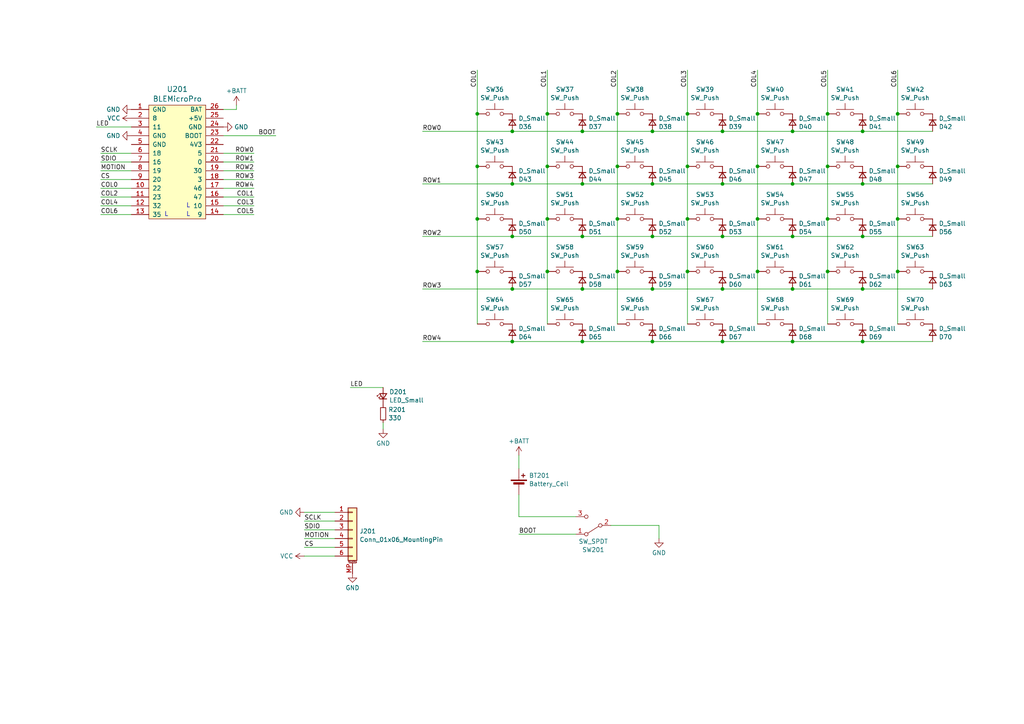
<source format=kicad_sch>
(kicad_sch (version 20231120) (generator "eeschema") (generator_version "8.0")
  (paper "A4")
  (lib_symbols
    (symbol "Library:+BATT" (power) (pin_names (offset 0))
      (property "Value" "+BATT" (at 0 3.556 0))
      (symbol "+BATT_0_1"
        (polyline (pts (xy -0.762 1.27) (xy 0 2.54)))
        (polyline (pts (xy 0 0) (xy 0 2.54)))
        (polyline (pts (xy 0 2.54) (xy 0.762 1.27)))
      )
      (symbol "+BATT_1_1"
        (pin power_in line (at 0 0 90) (length 0) hide (name "+BATT") (number "1"))
      )
    )
    (symbol "Library:BLEMicroPro" (pin_names (offset 1.016))
      (property "Reference" "U" (at -8.89 20.32 0))
      (property "Value" "BLEMicroPro" (at -3.81 17.78 0))
      (symbol "BLEMicroPro_0_1"
        (rectangle (start -8.89 16.51) (end 7.62 -16.51) (fill (type background)))
      )
      (symbol "BLEMicroPro_1_1"
        (pin input line (at -13.97 15.24 0) (length 5.08) (name "GND") (number "1"))
        (pin input line (at -13.97 -7.62 0) (length 5.08) (name "22") (number "10"))
        (pin input line (at -13.97 -10.16 0) (length 5.08) (name "23") (number "11"))
        (pin input line (at -13.97 -12.7 0) (length 5.08) (name "32") (number "12"))
        (pin input line (at -13.97 -15.24 0) (length 5.08) (name "35") (number "13"))
        (pin input line (at 12.7 -15.24 180) (length 5.08) (name "9") (number "14"))
        (pin input line (at 12.7 -12.7 180) (length 5.08) (name "10") (number "15"))
        (pin input line (at 12.7 -10.16 180) (length 5.08) (name "47") (number "16"))
        (pin input line (at 12.7 -7.62 180) (length 5.08) (name "46") (number "17"))
        (pin input line (at 12.7 -5.08 180) (length 5.08) (name "3") (number "18"))
        (pin input line (at 12.7 -2.54 180) (length 5.08) (name "30") (number "19"))
        (pin bidirectional line (at -13.97 12.7 0) (length 5.08) (name "8") (number "2"))
        (pin input line (at 12.7 0 180) (length 5.08) (name "0") (number "20"))
        (pin input line (at 12.7 2.54 180) (length 5.08) (name "5") (number "21"))
        (pin input line (at 12.7 5.08 180) (length 5.08) (name "4V3") (number "22"))
        (pin input line (at 12.7 7.62 180) (length 5.08) (name "BOOT") (number "23"))
        (pin input line (at 12.7 10.16 180) (length 5.08) (name "GND") (number "24"))
        (pin input line (at 12.7 12.7 180) (length 5.08) (name "+5V") (number "25"))
        (pin input line (at 12.7 15.24 180) (length 5.08) (name "BAT") (number "26"))
        (pin input line (at -13.97 10.16 0) (length 5.08) (name "11") (number "3"))
        (pin input line (at -13.97 7.62 0) (length 5.08) (name "GND") (number "4"))
        (pin input line (at -13.97 5.08 0) (length 5.08) (name "GND") (number "5"))
        (pin input line (at -13.97 2.54 0) (length 5.08) (name "18") (number "6"))
        (pin input line (at -13.97 0 0) (length 5.08) (name "16") (number "7"))
        (pin bidirectional line (at -13.97 -2.54 0) (length 5.08) (name "19") (number "8"))
        (pin input line (at -13.97 -5.08 0) (length 5.08) (name "20") (number "9"))
      )
    )
    (symbol "Library:Battery_Cell" (pin_numbers hide) (pin_names (offset 0) hide)
      (property "Reference" "BT" (at 2.54 2.54 0))
      (property "Value" "Battery_Cell" (at 2.54 0 0))
      (symbol "Battery_Cell_0_1"
        (rectangle (start -2.286 1.778) (end 2.286 1.524) (fill (type outline)))
        (rectangle (start -1.524 1.016) (end 1.524 0.508) (fill (type outline)))
        (polyline (pts (xy 0 0.762) (xy 0 0)))
        (polyline (pts (xy 0 1.778) (xy 0 2.54)))
        (polyline (pts (xy 0.762 3.048) (xy 1.778 3.048)) (stroke (width 0.254)))
        (polyline (pts (xy 1.27 3.556) (xy 1.27 2.54)) (stroke (width 0.254)))
      )
      (symbol "Battery_Cell_1_1"
        (pin passive line (at 0 5.08 270) (length 2.54) (name "+") (number "1"))
        (pin passive line (at 0 -2.54 90) (length 2.54) (name "-") (number "2"))
      )
    )
    (symbol "Library:Conn_01x06_MountingPin" (pin_names (offset 1.016) hide)
      (property "Reference" "J" (at 0 7.62 0))
      (property "Value" "Conn_01x06_MountingPin" (at 1.27 -10.16 0))
      (symbol "Conn_01x06_MountingPin_1_1"
        (rectangle (start -1.27 -7.493) (end 0 -7.747) (stroke (width 0.1524)))
        (rectangle (start -1.27 -4.953) (end 0 -5.207) (stroke (width 0.1524)))
        (rectangle (start -1.27 -2.413) (end 0 -2.667) (stroke (width 0.1524)))
        (rectangle (start -1.27 0.127) (end 0 -0.127) (stroke (width 0.1524)))
        (rectangle (start -1.27 2.667) (end 0 2.413) (stroke (width 0.1524)))
        (rectangle (start -1.27 5.207) (end 0 4.953) (stroke (width 0.1524)))
        (rectangle (start -1.27 6.35) (end 1.27 -8.89) (stroke (width 0.254)) (fill (type background)))
        (polyline (pts (xy -1.016 -9.652) (xy 1.016 -9.652)) (stroke (width 0.1524)))
        (text "Mounting" (at 0 -9.271 0) (effects (font (size 0.381 0.381))))
        (pin passive line (at -5.08 5.08 0) (length 3.81) (name "Pin_1") (number "1"))
        (pin passive line (at -5.08 2.54 0) (length 3.81) (name "Pin_2") (number "2"))
        (pin passive line (at -5.08 0 0) (length 3.81) (name "Pin_3") (number "3"))
        (pin passive line (at -5.08 -2.54 0) (length 3.81) (name "Pin_4") (number "4"))
        (pin passive line (at -5.08 -5.08 0) (length 3.81) (name "Pin_5") (number "5"))
        (pin passive line (at -5.08 -7.62 0) (length 3.81) (name "Pin_6") (number "6"))
        (pin passive line (at 0 -12.7 90) (length 3.048) (name "MountPin") (number "MP"))
      )
    )
    (symbol "Library:D_Small" (pin_numbers hide) (pin_names (offset 0.254) hide)
      (property "Reference" "D" (at -1.27 2.032 0))
      (property "Value" "D_Small" (at -3.81 -2.032 0))
      (symbol "D_Small_0_1"
        (polyline (pts (xy -0.762 -1.016) (xy -0.762 1.016)) (stroke (width 0.254)))
        (polyline (pts (xy -0.762 0) (xy 0.762 0)))
        (polyline (pts (xy 0.762 -1.016) (xy -0.762 0) (xy 0.762 1.016) (xy 0.762 -1.016)) (stroke (width 0.254)))
      )
      (symbol "D_Small_1_1"
        (pin passive line (at -2.54 0 0) (length 1.778) (name "K") (number "1"))
        (pin passive line (at 2.54 0 180) (length 1.778) (name "A") (number "2"))
      )
    )
    (symbol "Library:GND" (power) (pin_names (offset 0))
      (property "Value" "GND" (at 0 -3.81 0))
      (symbol "GND_0_1"
        (polyline (pts (xy 0 0) (xy 0 -1.27) (xy 1.27 -1.27) (xy 0 -2.54) (xy -1.27 -1.27) (xy 0 -1.27)))
      )
      (symbol "GND_1_1"
        (pin power_in line (at 0 0 270) (length 0) hide (name "GND") (number "1"))
      )
    )
    (symbol "Library:LED_Small" (pin_numbers hide) (pin_names (offset 0.254) hide)
      (property "Reference" "D" (at -1.27 3.175 0))
      (property "Value" "LED_Small" (at -4.445 -2.54 0))
      (symbol "LED_Small_0_1"
        (polyline (pts (xy -0.762 -1.016) (xy -0.762 1.016)) (stroke (width 0.254)))
        (polyline (pts (xy 1.016 0) (xy -0.762 0)))
        (polyline (pts (xy 0.762 -1.016) (xy -0.762 0) (xy 0.762 1.016) (xy 0.762 -1.016)) (stroke (width 0.254)))
        (polyline (pts (xy 0 0.762) (xy -0.508 1.27) (xy -0.254 1.27) (xy -0.508 1.27) (xy -0.508 1.016)))
        (polyline (pts (xy 0.508 1.27) (xy 0 1.778) (xy 0.254 1.778) (xy 0 1.778) (xy 0 1.524)))
      )
      (symbol "LED_Small_1_1"
        (pin passive line (at -2.54 0 0) (length 1.778) (name "K") (number "1"))
        (pin passive line (at 2.54 0 180) (length 1.778) (name "A") (number "2"))
      )
    )
    (symbol "Library:R_Small" (pin_numbers hide) (pin_names (offset 0.254) hide)
      (property "Reference" "R" (at 0.762 0.508 0))
      (property "Value" "R_Small" (at 0.762 -1.016 0))
      (symbol "R_Small_0_1"
        (rectangle (start -0.762 1.778) (end 0.762 -1.778) (stroke (width 0.2032)))
      )
      (symbol "R_Small_1_1"
        (pin passive line (at 0 2.54 270) (length 0.762) (name "~") (number "1"))
        (pin passive line (at 0 -2.54 90) (length 0.762) (name "~") (number "2"))
      )
    )
    (symbol "Library:SW_Push" (pin_numbers hide) (pin_names (offset 1.016) hide)
      (property "Reference" "SW" (at 1.27 2.54 0))
      (property "Value" "SW_Push" (at 0 -1.524 0))
      (symbol "SW_Push_0_1"
        (circle (center -2.032 0) (radius 0.508))
        (polyline (pts (xy 0 1.27) (xy 0 3.048)))
        (polyline (pts (xy 2.54 1.27) (xy -2.54 1.27)))
        (circle (center 2.032 0) (radius 0.508))
        (pin passive line (at -5.08 0 0) (length 2.54) (name "1") (number "1"))
        (pin passive line (at 5.08 0 180) (length 2.54) (name "2") (number "2"))
      )
    )
    (symbol "Library:SW_SPDT" (pin_names (offset 0) hide)
      (property "Reference" "SW" (at 0 4.318 0))
      (property "Value" "SW_SPDT" (at 0 -5.08 0))
      (symbol "SW_SPDT_0_0"
        (circle (center -2.032 0) (radius 0.508))
        (circle (center 2.032 -2.54) (radius 0.508))
      )
      (symbol "SW_SPDT_0_1"
        (polyline (pts (xy -1.524 0.254) (xy 1.651 2.286)))
        (circle (center 2.032 2.54) (radius 0.508))
      )
      (symbol "SW_SPDT_1_1"
        (pin passive line (at 5.08 2.54 180) (length 2.54) (name "A") (number "1"))
        (pin passive line (at -5.08 0 0) (length 2.54) (name "B") (number "2"))
        (pin passive line (at 5.08 -2.54 180) (length 2.54) (name "C") (number "3"))
      )
    )
    (symbol "Library:VCC" (power) (pin_numbers hide) (pin_names (offset 0) hide)
      (property "Value" "VCC" (at 0 3.556 0))
      (symbol "VCC_0_1"
        (polyline (pts (xy -0.762 1.27) (xy 0 2.54)))
        (polyline (pts (xy 0 0) (xy 0 2.54)))
        (polyline (pts (xy 0 2.54) (xy 0.762 1.27)))
      )
      (symbol "VCC_1_1"
        (pin power_in line (at 0 0 90) (length 0) (name "~") (number "1"))
      )
    )
  )
  (junction (at 219.71 48.26))
  (junction (at 260.35 33.02))
  (junction (at 168.91 38.1))
  (junction (at 158.75 33.02))
  (junction (at 189.23 53.34))
  (junction (at 148.59 83.82))
  (junction (at 250.19 53.34))
  (junction (at 240.03 33.02))
  (junction (at 229.87 53.34))
  (junction (at 138.43 63.5))
  (junction (at 250.19 83.82))
  (junction (at 219.71 63.5))
  (junction (at 168.91 83.82))
  (junction (at 229.87 68.58))
  (junction (at 179.07 63.5))
  (junction (at 168.91 53.34))
  (junction (at 179.07 33.02))
  (junction (at 240.03 78.74))
  (junction (at 219.71 33.02))
  (junction (at 189.23 99.06))
  (junction (at 179.07 48.26))
  (junction (at 240.03 63.5))
  (junction (at 209.55 38.1))
  (junction (at 250.19 68.58))
  (junction (at 260.35 48.26))
  (junction (at 138.43 48.26))
  (junction (at 189.23 68.58))
  (junction (at 229.87 99.06))
  (junction (at 148.59 38.1))
  (junction (at 168.91 68.58))
  (junction (at 158.75 48.26))
  (junction (at 209.55 99.06))
  (junction (at 219.71 78.74))
  (junction (at 148.59 99.06))
  (junction (at 138.43 78.74))
  (junction (at 199.39 63.5))
  (junction (at 148.59 53.34))
  (junction (at 260.35 78.74))
  (junction (at 179.07 78.74))
  (junction (at 158.75 63.5))
  (junction (at 148.59 68.58))
  (junction (at 229.87 83.82))
  (junction (at 199.39 78.74))
  (junction (at 199.39 33.02))
  (junction (at 189.23 38.1))
  (junction (at 209.55 83.82))
  (junction (at 209.55 68.58))
  (junction (at 250.19 38.1))
  (junction (at 229.87 38.1))
  (junction (at 250.19 99.06))
  (junction (at 260.35 63.5))
  (junction (at 189.23 83.82))
  (junction (at 168.91 99.06))
  (junction (at 240.03 48.26))
  (junction (at 138.43 33.02))
  (junction (at 199.39 48.26))
  (junction (at 158.75 78.74))
  (junction (at 209.55 53.34))
  (wire (pts (xy 68.58 31.75) (xy 64.77 31.75)))
  (wire (pts (xy 148.59 53.34) (xy 168.91 53.34)))
  (wire (pts (xy 250.19 99.06) (xy 270.51 99.06)))
  (wire (pts (xy 150.495 149.86) (xy 150.495 143.51)))
  (wire (pts (xy 138.43 20.32) (xy 138.43 33.02)))
  (wire (pts (xy 260.35 78.74) (xy 260.35 93.98)))
  (wire (pts (xy 122.555 53.34) (xy 148.59 53.34)))
  (wire (pts (xy 209.55 38.1) (xy 229.87 38.1)))
  (wire (pts (xy 199.39 20.32) (xy 199.39 33.02)))
  (wire (pts (xy 64.77 49.53) (xy 73.66 49.53)))
  (wire (pts (xy 148.59 99.06) (xy 168.91 99.06)))
  (wire (pts (xy 209.55 53.34) (xy 229.87 53.34)))
  (wire (pts (xy 199.39 33.02) (xy 199.39 48.26)))
  (wire (pts (xy 158.75 20.32) (xy 158.75 33.02)))
  (wire (pts (xy 219.71 20.32) (xy 219.71 33.02)))
  (wire (pts (xy 64.77 39.37) (xy 80.01 39.37)))
  (wire (pts (xy 27.94 36.83) (xy 38.1 36.83)))
  (wire (pts (xy 191.135 156.21) (xy 191.135 152.4)))
  (wire (pts (xy 29.21 59.69) (xy 38.1 59.69)))
  (wire (pts (xy 122.555 68.58) (xy 148.59 68.58)))
  (wire (pts (xy 138.43 63.5) (xy 138.43 78.74)))
  (wire (pts (xy 240.03 33.02) (xy 240.03 48.26)))
  (wire (pts (xy 229.87 38.1) (xy 250.19 38.1)))
  (wire (pts (xy 64.77 54.61) (xy 73.66 54.61)))
  (wire (pts (xy 29.21 49.53) (xy 38.1 49.53)))
  (wire (pts (xy 122.555 38.1) (xy 148.59 38.1)))
  (wire (pts (xy 150.495 132.08) (xy 150.495 135.89)))
  (wire (pts (xy 122.555 99.06) (xy 148.59 99.06)))
  (wire (pts (xy 260.35 63.5) (xy 260.35 78.74)))
  (wire (pts (xy 122.555 83.82) (xy 148.59 83.82)))
  (wire (pts (xy 158.75 33.02) (xy 158.75 48.26)))
  (wire (pts (xy 29.21 57.15) (xy 38.1 57.15)))
  (wire (pts (xy 179.07 63.5) (xy 179.07 78.74)))
  (wire (pts (xy 209.55 83.82) (xy 229.87 83.82)))
  (wire (pts (xy 168.91 53.34) (xy 189.23 53.34)))
  (wire (pts (xy 158.75 78.74) (xy 158.75 93.98)))
  (wire (pts (xy 64.77 59.69) (xy 73.66 59.69)))
  (wire (pts (xy 158.75 48.26) (xy 158.75 63.5)))
  (wire (pts (xy 189.23 83.82) (xy 209.55 83.82)))
  (wire (pts (xy 229.87 53.34) (xy 250.19 53.34)))
  (wire (pts (xy 177.165 152.4) (xy 191.135 152.4)))
  (wire (pts (xy 88.265 156.21) (xy 97.155 156.21)))
  (wire (pts (xy 219.71 63.5) (xy 219.71 78.74)))
  (wire (pts (xy 168.91 38.1) (xy 189.23 38.1)))
  (wire (pts (xy 179.07 48.26) (xy 179.07 63.5)))
  (wire (pts (xy 101.6 112.395) (xy 111.125 112.395)))
  (wire (pts (xy 209.55 99.06) (xy 229.87 99.06)))
  (wire (pts (xy 199.39 48.26) (xy 199.39 63.5)))
  (wire (pts (xy 179.07 78.74) (xy 179.07 93.98)))
  (wire (pts (xy 138.43 78.74) (xy 138.43 93.98)))
  (wire (pts (xy 29.21 52.07) (xy 38.1 52.07)))
  (wire (pts (xy 150.495 149.86) (xy 167.005 149.86)))
  (wire (pts (xy 29.21 62.23) (xy 38.1 62.23)))
  (wire (pts (xy 179.07 20.32) (xy 179.07 33.02)))
  (wire (pts (xy 240.03 63.5) (xy 240.03 78.74)))
  (wire (pts (xy 199.39 78.74) (xy 199.39 93.98)))
  (wire (pts (xy 64.77 46.99) (xy 73.66 46.99)))
  (wire (pts (xy 250.19 38.1) (xy 270.51 38.1)))
  (wire (pts (xy 64.77 52.07) (xy 73.66 52.07)))
  (wire (pts (xy 240.03 78.74) (xy 240.03 93.98)))
  (wire (pts (xy 138.43 33.02) (xy 138.43 48.26)))
  (wire (pts (xy 219.71 33.02) (xy 219.71 48.26)))
  (wire (pts (xy 209.55 68.58) (xy 229.87 68.58)))
  (wire (pts (xy 158.75 63.5) (xy 158.75 78.74)))
  (wire (pts (xy 148.59 38.1) (xy 168.91 38.1)))
  (wire (pts (xy 250.19 83.82) (xy 270.51 83.82)))
  (wire (pts (xy 179.07 33.02) (xy 179.07 48.26)))
  (wire (pts (xy 29.21 46.99) (xy 38.1 46.99)))
  (wire (pts (xy 229.87 99.06) (xy 250.19 99.06)))
  (wire (pts (xy 148.59 83.82) (xy 168.91 83.82)))
  (wire (pts (xy 189.23 99.06) (xy 209.55 99.06)))
  (wire (pts (xy 168.91 99.06) (xy 189.23 99.06)))
  (wire (pts (xy 88.265 151.13) (xy 97.155 151.13)))
  (wire (pts (xy 240.03 48.26) (xy 240.03 63.5)))
  (wire (pts (xy 219.71 48.26) (xy 219.71 63.5)))
  (wire (pts (xy 148.59 68.58) (xy 168.91 68.58)))
  (wire (pts (xy 189.23 68.58) (xy 209.55 68.58)))
  (wire (pts (xy 168.91 68.58) (xy 189.23 68.58)))
  (wire (pts (xy 199.39 63.5) (xy 199.39 78.74)))
  (wire (pts (xy 229.87 68.58) (xy 250.19 68.58)))
  (wire (pts (xy 260.35 48.26) (xy 260.35 63.5)))
  (wire (pts (xy 88.265 148.59) (xy 97.155 148.59)))
  (wire (pts (xy 240.03 20.32) (xy 240.03 33.02)))
  (wire (pts (xy 219.71 78.74) (xy 219.71 93.98)))
  (wire (pts (xy 64.77 44.45) (xy 73.66 44.45)))
  (wire (pts (xy 168.91 83.82) (xy 189.23 83.82)))
  (wire (pts (xy 250.19 68.58) (xy 270.51 68.58)))
  (wire (pts (xy 29.21 44.45) (xy 38.1 44.45)))
  (wire (pts (xy 68.58 30.48) (xy 68.58 31.75)))
  (wire (pts (xy 64.77 57.15) (xy 73.66 57.15)))
  (wire (pts (xy 250.19 53.34) (xy 270.51 53.34)))
  (wire (pts (xy 88.265 153.67) (xy 97.155 153.67)))
  (wire (pts (xy 229.87 83.82) (xy 250.19 83.82)))
  (wire (pts (xy 29.21 54.61) (xy 38.1 54.61)))
  (wire (pts (xy 88.265 158.75) (xy 97.155 158.75)))
  (wire (pts (xy 138.43 48.26) (xy 138.43 63.5)))
  (wire (pts (xy 88.265 161.29) (xy 97.155 161.29)))
  (wire (pts (xy 64.77 62.23) (xy 73.66 62.23)))
  (wire (pts (xy 111.125 122.555) (xy 111.125 124.46)))
  (wire (pts (xy 260.35 20.32) (xy 260.35 33.02)))
  (wire (pts (xy 150.495 154.94) (xy 167.005 154.94)))
  (wire (pts (xy 189.23 38.1) (xy 209.55 38.1)))
  (wire (pts (xy 260.35 33.02) (xy 260.35 48.26)))
  (wire (pts (xy 189.23 53.34) (xy 209.55 53.34)))
  (text "L" (at 48.26 62.23 0) (effects (font (size 1.27 1.27))))
  (text "L" (at 54.61 59.69 0) (effects (font (size 1.27 1.27))))
  (text "L" (at 54.61 62.23 0) (effects (font (size 1.27 1.27))))
  (label "CS" (at 88.265 158.75 0))
  (label "COL0" (at 138.43 20.32 270))
  (label "ROW1" (at 122.555 53.34 0))
  (label "ROW2" (at 122.555 68.58 0))
  (label "SCLK" (at 88.265 151.13 0))
  (label "COL2" (at 179.07 20.32 270))
  (label "COL5" (at 73.66 62.23 180))
  (label "COL1" (at 73.66 57.15 180))
  (label "COL6" (at 260.35 20.32 270))
  (label "BOOT" (at 150.495 154.94 0))
  (label "LED" (at 101.6 112.395 0))
  (label "BOOT" (at 80.01 39.37 180))
  (label "SDIO" (at 29.21 46.99 0))
  (label "SCLK" (at 29.21 44.45 0))
  (label "SDIO" (at 88.265 153.67 0))
  (label "ROW4" (at 73.66 54.61 180))
  (label "ROW2" (at 73.66 49.53 180))
  (label "MOTION" (at 29.21 49.53 0))
  (label "ROW4" (at 122.555 99.06 0))
  (label "COL0" (at 29.21 54.61 0))
  (label "ROW3" (at 73.66 52.07 180))
  (label "ROW0" (at 73.66 44.45 180))
  (label "COL4" (at 29.21 59.69 0))
  (label "MOTION" (at 88.265 156.21 0))
  (label "ROW3" (at 122.555 83.82 0))
  (label "COL1" (at 158.75 20.32 270))
  (label "ROW0" (at 122.555 38.1 0))
  (label "COL6" (at 29.21 62.23 0))
  (label "COL4" (at 219.71 20.32 270))
  (label "COL2" (at 29.21 57.15 0))
  (label "COL3" (at 199.39 20.32 270))
  (label "CS" (at 29.21 52.07 0))
  (label "ROW1" (at 73.66 46.99 180))
  (label "COL3" (at 73.66 59.69 180))
  (label "LED" (at 27.94 36.83 0))
  (label "COL5" (at 240.03 20.32 270))
  (symbol (lib_id "Library:D_Small") (at 168.91 50.8 90) (mirror x) (unit 1)
    (property "Reference" "D44" (at 170.688 52.0121 90) (effects (justify right)))
    (property "Value" "D_Small" (at 170.688 49.5879 90) (effects (justify right)))
    (property "Footprint" "Diode_SMD:D_SOD-123" (effects (hide yes)))
    (property "Sim.Device" "D" (effects (hide yes)))
    (property "Sim.Pins" "1=K 2=A" (effects (hide yes)))
  )
  (symbol (lib_id "Library:Conn_01x06_MountingPin") (at 102.235 153.67 0) (unit 1)
    (property "Reference" "J201" (at 104.267 154.0834 0) (effects (justify left)))
    (property "Value" "Conn_01x06_MountingPin" (at 104.267 156.5077 0) (effects (justify left)))
    (property "Footprint" "MyLib:GT-F0501SR10-06S1101" (effects (hide yes)))
    (property "Description" "Generic connectable mounting pin connector, single row, 01x06, script generated (kicad-library-utils/schlib/autogen/connector/)" (effects (hide yes)))
  )
  (symbol (lib_id "Library:GND") (at 38.1 39.37 270) (unit 1)
    (property "Reference" "#PWR013" (effects (hide yes)))
    (property "Value" "GND" (at 34.9251 39.37 90) (effects (justify right)))
  )
  (symbol (lib_id "Library:LED_Small") (at 111.125 114.935 90) (unit 1)
    (property "Reference" "D201" (at 112.903 113.6593 90) (effects (justify right)))
    (property "Value" "LED_Small" (at 112.903 116.0836 90) (effects (justify right)))
    (property "Footprint" "LED_SMD:LED_0603_1608Metric" (effects (hide yes)))
  )
  (symbol (lib_id "Library:SW_Push") (at 143.51 78.74 0) (unit 1)
    (property "Reference" "SW57" (at 143.51 71.6747 0))
    (property "Value" "SW_Push" (at 143.51 74.0989 0))
    (property "Footprint" "MyLib:CHOC_V2_SOCKET_HANDSOLDERING" (effects (hide yes)))
  )
  (symbol (lib_id "Library:D_Small") (at 209.55 66.04 90) (mirror x) (unit 1)
    (property "Reference" "D53" (at 211.328 67.2521 90) (effects (justify right)))
    (property "Value" "D_Small" (at 211.328 64.8279 90) (effects (justify right)))
    (property "Footprint" "Diode_SMD:D_SOD-123" (effects (hide yes)))
    (property "Sim.Device" "D" (effects (hide yes)))
    (property "Sim.Pins" "1=K 2=A" (effects (hide yes)))
  )
  (symbol (lib_id "Library:D_Small") (at 270.51 35.56 90) (mirror x) (unit 1)
    (property "Reference" "D42" (at 272.288 36.7721 90) (effects (justify right)))
    (property "Value" "D_Small" (at 272.288 34.3479 90) (effects (justify right)))
    (property "Footprint" "Diode_SMD:D_SOD-123" (effects (hide yes)))
    (property "Sim.Device" "D" (effects (hide yes)))
    (property "Sim.Pins" "1=K 2=A" (effects (hide yes)))
  )
  (symbol (lib_id "Library:SW_Push") (at 143.51 48.26 0) (unit 1)
    (property "Reference" "SW43" (at 143.51 41.1947 0))
    (property "Value" "SW_Push" (at 143.51 43.6189 0))
    (property "Footprint" "MyLib:CHOC_V2_SOCKET_HANDSOLDERING" (effects (hide yes)))
  )
  (symbol (lib_id "Library:D_Small") (at 189.23 81.28 90) (mirror x) (unit 1)
    (property "Reference" "D59" (at 191.008 82.4921 90) (effects (justify right)))
    (property "Value" "D_Small" (at 191.008 80.0679 90) (effects (justify right)))
    (property "Footprint" "Diode_SMD:D_SOD-123" (effects (hide yes)))
    (property "Sim.Device" "D" (effects (hide yes)))
    (property "Sim.Pins" "1=K 2=A" (effects (hide yes)))
  )
  (symbol (lib_id "Library:BLEMicroPro") (at 52.07 46.99 0) (unit 1)
    (property "Reference" "U201" (at 51.435 25.8496 0) (effects (font (size 1.524 1.524))))
    (property "Value" "BLEMicroPro" (at 51.435 28.6825 0) (effects (font (size 1.524 1.524))))
    (property "Footprint" "MyLib:BLEMicroPro" (effects (hide yes)))
  )
  (symbol (lib_id "Library:SW_Push") (at 143.51 63.5 0) (unit 1)
    (property "Reference" "SW50" (at 143.51 56.4347 0))
    (property "Value" "SW_Push" (at 143.51 58.8589 0))
    (property "Footprint" "MyLib:CHOC_V2_SOCKET_HANDSOLDERING" (effects (hide yes)))
  )
  (symbol (lib_id "Library:SW_Push") (at 163.83 48.26 0) (unit 1)
    (property "Reference" "SW44" (at 163.83 41.1947 0))
    (property "Value" "SW_Push" (at 163.83 43.6189 0))
    (property "Footprint" "MyLib:CHOC_V2_SOCKET_HANDSOLDERING" (effects (hide yes)))
  )
  (symbol (lib_id "Library:SW_Push") (at 224.79 93.98 0) (unit 1)
    (property "Reference" "SW68" (at 224.79 86.9147 0))
    (property "Value" "SW_Push" (at 224.79 89.3389 0))
    (property "Footprint" "MyLib:CHOC_V2_SOCKET_HANDSOLDERING" (effects (hide yes)))
  )
  (symbol (lib_id "Library:SW_Push") (at 224.79 48.26 0) (unit 1)
    (property "Reference" "SW47" (at 224.79 41.1947 0))
    (property "Value" "SW_Push" (at 224.79 43.6189 0))
    (property "Footprint" "MyLib:CHOC_V2_SOCKET_HANDSOLDERING" (effects (hide yes)))
  )
  (symbol (lib_id "Library:SW_Push") (at 224.79 33.02 0) (unit 1)
    (property "Reference" "SW40" (at 224.79 25.9547 0))
    (property "Value" "SW_Push" (at 224.79 28.3789 0))
    (property "Footprint" "MyLib:CHOC_V2_SOCKET_HANDSOLDERING" (effects (hide yes)))
  )
  (symbol (lib_id "Library:SW_Push") (at 265.43 33.02 0) (unit 1)
    (property "Reference" "SW42" (at 265.43 25.9547 0))
    (property "Value" "SW_Push" (at 265.43 28.3789 0))
    (property "Footprint" "MyLib:CHOC_V2_SOCKET_HANDSOLDERING" (effects (hide yes)))
  )
  (symbol (lib_id "Library:D_Small") (at 148.59 35.56 90) (mirror x) (unit 1)
    (property "Reference" "D36" (at 150.368 36.7721 90) (effects (justify right)))
    (property "Value" "D_Small" (at 150.368 34.3479 90) (effects (justify right)))
    (property "Footprint" "Diode_SMD:D_SOD-123" (effects (hide yes)))
    (property "Sim.Device" "D" (effects (hide yes)))
    (property "Sim.Pins" "1=K 2=A" (effects (hide yes)))
  )
  (symbol (lib_id "Library:D_Small") (at 148.59 50.8 90) (mirror x) (unit 1)
    (property "Reference" "D43" (at 150.368 52.0121 90) (effects (justify right)))
    (property "Value" "D_Small" (at 150.368 49.5879 90) (effects (justify right)))
    (property "Footprint" "Diode_SMD:D_SOD-123" (effects (hide yes)))
    (property "Sim.Device" "D" (effects (hide yes)))
    (property "Sim.Pins" "1=K 2=A" (effects (hide yes)))
  )
  (symbol (lib_id "Library:SW_Push") (at 265.43 48.26 0) (unit 1)
    (property "Reference" "SW49" (at 265.43 41.1947 0))
    (property "Value" "SW_Push" (at 265.43 43.6189 0))
    (property "Footprint" "MyLib:CHOC_V2_SOCKET_HANDSOLDERING" (effects (hide yes)))
  )
  (symbol (lib_id "Library:D_Small") (at 250.19 35.56 90) (mirror x) (unit 1)
    (property "Reference" "D41" (at 251.968 36.7721 90) (effects (justify right)))
    (property "Value" "D_Small" (at 251.968 34.3479 90) (effects (justify right)))
    (property "Footprint" "Diode_SMD:D_SOD-123" (effects (hide yes)))
    (property "Sim.Device" "D" (effects (hide yes)))
    (property "Sim.Pins" "1=K 2=A" (effects (hide yes)))
  )
  (symbol (lib_id "Library:SW_Push") (at 245.11 78.74 0) (unit 1)
    (property "Reference" "SW62" (at 245.11 71.6747 0))
    (property "Value" "SW_Push" (at 245.11 74.0989 0))
    (property "Footprint" "MyLib:CHOC_V2_SOCKET_HANDSOLDERING" (effects (hide yes)))
  )
  (symbol (lib_id "Library:D_Small") (at 270.51 96.52 90) (mirror x) (unit 1)
    (property "Reference" "D70" (at 272.288 97.7321 90) (effects (justify right)))
    (property "Value" "D_Small" (at 272.288 95.3079 90) (effects (justify right)))
    (property "Footprint" "Diode_SMD:D_SOD-123" (effects (hide yes)))
    (property "Sim.Device" "D" (effects (hide yes)))
    (property "Sim.Pins" "1=K 2=A" (effects (hide yes)))
  )
  (symbol (lib_id "Library:D_Small") (at 250.19 96.52 90) (mirror x) (unit 1)
    (property "Reference" "D69" (at 251.968 97.7321 90) (effects (justify right)))
    (property "Value" "D_Small" (at 251.968 95.3079 90) (effects (justify right)))
    (property "Footprint" "Diode_SMD:D_SOD-123" (effects (hide yes)))
    (property "Sim.Device" "D" (effects (hide yes)))
    (property "Sim.Pins" "1=K 2=A" (effects (hide yes)))
  )
  (symbol (lib_id "Library:VCC") (at 38.1 34.29 90) (unit 1)
    (property "Reference" "#PWR014" (effects (hide yes)))
    (property "Value" "VCC" (at 33.02 34.29 90))
    (property "Description" "Power symbol creates a global label with name \"VCC\"" (effects (hide yes)))
  )
  (symbol (lib_id "Library:VCC") (at 88.265 161.29 90) (unit 1)
    (property "Reference" "#PWR020" (effects (hide yes)))
    (property "Value" "VCC" (at 85.09 161.29 90) (effects (justify left)))
    (property "Description" "Power symbol creates a global label with name \"VCC\"" (effects (hide yes)))
  )
  (symbol (lib_id "Library:SW_Push") (at 184.15 33.02 0) (unit 1)
    (property "Reference" "SW38" (at 184.15 25.9547 0))
    (property "Value" "SW_Push" (at 184.15 28.3789 0))
    (property "Footprint" "MyLib:CHOC_V2_SOCKET_HANDSOLDERING" (effects (hide yes)))
  )
  (symbol (lib_id "Library:D_Small") (at 229.87 96.52 90) (mirror x) (unit 1)
    (property "Reference" "D68" (at 231.648 97.7321 90) (effects (justify right)))
    (property "Value" "D_Small" (at 231.648 95.3079 90) (effects (justify right)))
    (property "Footprint" "Diode_SMD:D_SOD-123" (effects (hide yes)))
    (property "Sim.Device" "D" (effects (hide yes)))
    (property "Sim.Pins" "1=K 2=A" (effects (hide yes)))
  )
  (symbol (lib_id "Library:SW_Push") (at 163.83 78.74 0) (unit 1)
    (property "Reference" "SW58" (at 163.83 71.6747 0))
    (property "Value" "SW_Push" (at 163.83 74.0989 0))
    (property "Footprint" "MyLib:CHOC_V2_SOCKET_HANDSOLDERING" (effects (hide yes)))
  )
  (symbol (lib_id "Library:SW_Push") (at 204.47 93.98 0) (unit 1)
    (property "Reference" "SW67" (at 204.47 86.9147 0))
    (property "Value" "SW_Push" (at 204.47 89.3389 0))
    (property "Footprint" "MyLib:CHOC_V2_SOCKET_HANDSOLDERING" (effects (hide yes)))
  )
  (symbol (lib_id "Library:GND") (at 191.135 156.21 0) (unit 1)
    (property "Reference" "#PWR019" (effects (hide yes)))
    (property "Value" "GND" (at 191.135 160.3431 0))
  )
  (symbol (lib_id "Library:D_Small") (at 168.91 66.04 90) (mirror x) (unit 1)
    (property "Reference" "D51" (at 170.688 67.2521 90) (effects (justify right)))
    (property "Value" "D_Small" (at 170.688 64.8279 90) (effects (justify right)))
    (property "Footprint" "Diode_SMD:D_SOD-123" (effects (hide yes)))
    (property "Sim.Device" "D" (effects (hide yes)))
    (property "Sim.Pins" "1=K 2=A" (effects (hide yes)))
  )
  (symbol (lib_id "Library:D_Small") (at 168.91 81.28 90) (mirror x) (unit 1)
    (property "Reference" "D58" (at 170.688 82.4921 90) (effects (justify right)))
    (property "Value" "D_Small" (at 170.688 80.0679 90) (effects (justify right)))
    (property "Footprint" "Diode_SMD:D_SOD-123" (effects (hide yes)))
    (property "Sim.Device" "D" (effects (hide yes)))
    (property "Sim.Pins" "1=K 2=A" (effects (hide yes)))
  )
  (symbol (lib_id "Library:R_Small") (at 111.125 120.015 0) (unit 1)
    (property "Reference" "R201" (at 112.6236 118.8029 0) (effects (justify left)))
    (property "Value" "330" (at 112.6236 121.2271 0) (effects (justify left)))
    (property "Footprint" "Resistor_SMD:R_0402_1005Metric" (effects (hide yes)))
  )
  (symbol (lib_id "Library:D_Small") (at 229.87 35.56 90) (mirror x) (unit 1)
    (property "Reference" "D40" (at 231.648 36.7721 90) (effects (justify right)))
    (property "Value" "D_Small" (at 231.648 34.3479 90) (effects (justify right)))
    (property "Footprint" "Diode_SMD:D_SOD-123" (effects (hide yes)))
    (property "Sim.Device" "D" (effects (hide yes)))
    (property "Sim.Pins" "1=K 2=A" (effects (hide yes)))
  )
  (symbol (lib_id "Library:GND") (at 102.235 166.37 0) (unit 1)
    (property "Reference" "#PWR021" (effects (hide yes)))
    (property "Value" "GND" (at 102.235 170.5031 0))
    (property "Description" "Power symbol creates a global label with name \"GND\" , ground" (effects (hide yes)))
  )
  (symbol (lib_id "Library:D_Small") (at 209.55 81.28 90) (mirror x) (unit 1)
    (property "Reference" "D60" (at 211.328 82.4921 90) (effects (justify right)))
    (property "Value" "D_Small" (at 211.328 80.0679 90) (effects (justify right)))
    (property "Footprint" "Diode_SMD:D_SOD-123" (effects (hide yes)))
    (property "Sim.Device" "D" (effects (hide yes)))
    (property "Sim.Pins" "1=K 2=A" (effects (hide yes)))
  )
  (symbol (lib_id "Library:D_Small") (at 189.23 66.04 90) (mirror x) (unit 1)
    (property "Reference" "D52" (at 191.008 67.2521 90) (effects (justify right)))
    (property "Value" "D_Small" (at 191.008 64.8279 90) (effects (justify right)))
    (property "Footprint" "Diode_SMD:D_SOD-123" (effects (hide yes)))
    (property "Sim.Device" "D" (effects (hide yes)))
    (property "Sim.Pins" "1=K 2=A" (effects (hide yes)))
  )
  (symbol (lib_id "Library:D_Small") (at 270.51 81.28 90) (mirror x) (unit 1)
    (property "Reference" "D63" (at 272.288 82.4921 90) (effects (justify right)))
    (property "Value" "D_Small" (at 272.288 80.0679 90) (effects (justify right)))
    (property "Footprint" "Diode_SMD:D_SOD-123" (effects (hide yes)))
    (property "Sim.Device" "D" (effects (hide yes)))
    (property "Sim.Pins" "1=K 2=A" (effects (hide yes)))
  )
  (symbol (lib_id "Library:D_Small") (at 148.59 66.04 90) (mirror x) (unit 1)
    (property "Reference" "D50" (at 150.368 67.2521 90) (effects (justify right)))
    (property "Value" "D_Small" (at 150.368 64.8279 90) (effects (justify right)))
    (property "Footprint" "Diode_SMD:D_SOD-123" (effects (hide yes)))
    (property "Sim.Device" "D" (effects (hide yes)))
    (property "Sim.Pins" "1=K 2=A" (effects (hide yes)))
  )
  (symbol (lib_id "Library:SW_Push") (at 224.79 78.74 0) (unit 1)
    (property "Reference" "SW61" (at 224.79 71.6747 0))
    (property "Value" "SW_Push" (at 224.79 74.0989 0))
    (property "Footprint" "MyLib:CHOC_V2_SOCKET_HANDSOLDERING" (effects (hide yes)))
  )
  (symbol (lib_id "Library:D_Small") (at 189.23 96.52 90) (mirror x) (unit 1)
    (property "Reference" "D66" (at 191.008 97.7321 90) (effects (justify right)))
    (property "Value" "D_Small" (at 191.008 95.3079 90) (effects (justify right)))
    (property "Footprint" "Diode_SMD:D_SOD-123" (effects (hide yes)))
    (property "Sim.Device" "D" (effects (hide yes)))
    (property "Sim.Pins" "1=K 2=A" (effects (hide yes)))
  )
  (symbol (lib_id "Library:SW_Push") (at 204.47 63.5 0) (unit 1)
    (property "Reference" "SW53" (at 204.47 56.4347 0))
    (property "Value" "SW_Push" (at 204.47 58.8589 0))
    (property "Footprint" "MyLib:CHOC_V2_SOCKET_HANDSOLDERING" (effects (hide yes)))
  )
  (symbol (lib_id "Library:SW_Push") (at 163.83 33.02 0) (unit 1)
    (property "Reference" "SW37" (at 163.83 25.9547 0))
    (property "Value" "SW_Push" (at 163.83 28.3789 0))
    (property "Footprint" "MyLib:CHOC_V2_SOCKET_HANDSOLDERING" (effects (hide yes)))
  )
  (symbol (lib_id "Library:D_Small") (at 229.87 66.04 90) (mirror x) (unit 1)
    (property "Reference" "D54" (at 231.648 67.2521 90) (effects (justify right)))
    (property "Value" "D_Small" (at 231.648 64.8279 90) (effects (justify right)))
    (property "Footprint" "Diode_SMD:D_SOD-123" (effects (hide yes)))
    (property "Sim.Device" "D" (effects (hide yes)))
    (property "Sim.Pins" "1=K 2=A" (effects (hide yes)))
  )
  (symbol (lib_id "Library:GND") (at 38.1 31.75 270) (unit 1)
    (property "Reference" "#PWR011" (effects (hide yes)))
    (property "Value" "GND" (at 34.9251 31.75 90) (effects (justify right)))
  )
  (symbol (lib_id "Library:D_Small") (at 168.91 96.52 90) (mirror x) (unit 1)
    (property "Reference" "D65" (at 170.688 97.7321 90) (effects (justify right)))
    (property "Value" "D_Small" (at 170.688 95.3079 90) (effects (justify right)))
    (property "Footprint" "Diode_SMD:D_SOD-123" (effects (hide yes)))
    (property "Sim.Device" "D" (effects (hide yes)))
    (property "Sim.Pins" "1=K 2=A" (effects (hide yes)))
  )
  (symbol (lib_id "Library:D_Small") (at 189.23 50.8 90) (mirror x) (unit 1)
    (property "Reference" "D45" (at 191.008 52.0121 90) (effects (justify right)))
    (property "Value" "D_Small" (at 191.008 49.5879 90) (effects (justify right)))
    (property "Footprint" "Diode_SMD:D_SOD-123" (effects (hide yes)))
    (property "Sim.Device" "D" (effects (hide yes)))
    (property "Sim.Pins" "1=K 2=A" (effects (hide yes)))
  )
  (symbol (lib_id "Library:D_Small") (at 189.23 35.56 90) (mirror x) (unit 1)
    (property "Reference" "D38" (at 191.008 36.7721 90) (effects (justify right)))
    (property "Value" "D_Small" (at 191.008 34.3479 90) (effects (justify right)))
    (property "Footprint" "Diode_SMD:D_SOD-123" (effects (hide yes)))
    (property "Sim.Device" "D" (effects (hide yes)))
    (property "Sim.Pins" "1=K 2=A" (effects (hide yes)))
  )
  (symbol (lib_id "Library:SW_Push") (at 204.47 78.74 0) (unit 1)
    (property "Reference" "SW60" (at 204.47 71.6747 0))
    (property "Value" "SW_Push" (at 204.47 74.0989 0))
    (property "Footprint" "MyLib:CHOC_V2_SOCKET_HANDSOLDERING" (effects (hide yes)))
  )
  (symbol (lib_id "Library:D_Small") (at 209.55 35.56 90) (mirror x) (unit 1)
    (property "Reference" "D39" (at 211.328 36.7721 90) (effects (justify right)))
    (property "Value" "D_Small" (at 211.328 34.3479 90) (effects (justify right)))
    (property "Footprint" "Diode_SMD:D_SOD-123" (effects (hide yes)))
    (property "Sim.Device" "D" (effects (hide yes)))
    (property "Sim.Pins" "1=K 2=A" (effects (hide yes)))
  )
  (symbol (lib_id "Library:D_Small") (at 209.55 50.8 90) (mirror x) (unit 1)
    (property "Reference" "D46" (at 211.328 52.0121 90) (effects (justify right)))
    (property "Value" "D_Small" (at 211.328 49.5879 90) (effects (justify right)))
    (property "Footprint" "Diode_SMD:D_SOD-123" (effects (hide yes)))
    (property "Sim.Device" "D" (effects (hide yes)))
    (property "Sim.Pins" "1=K 2=A" (effects (hide yes)))
  )
  (symbol (lib_id "Library:SW_Push") (at 265.43 63.5 0) (unit 1)
    (property "Reference" "SW56" (at 265.43 56.4347 0))
    (property "Value" "SW_Push" (at 265.43 58.8589 0))
    (property "Footprint" "MyLib:CHOC_V2_SOCKET_HANDSOLDERING" (effects (hide yes)))
  )
  (symbol (lib_id "Library:SW_Push") (at 163.83 63.5 0) (unit 1)
    (property "Reference" "SW51" (at 163.83 56.4347 0))
    (property "Value" "SW_Push" (at 163.83 58.8589 0))
    (property "Footprint" "MyLib:CHOC_V2_SOCKET_HANDSOLDERING" (effects (hide yes)))
  )
  (symbol (lib_id "Library:SW_Push") (at 204.47 33.02 0) (unit 1)
    (property "Reference" "SW39" (at 204.47 25.9547 0))
    (property "Value" "SW_Push" (at 204.47 28.3789 0))
    (property "Footprint" "MyLib:CHOC_V2_SOCKET_HANDSOLDERING" (effects (hide yes)))
  )
  (symbol (lib_id "Library:SW_Push") (at 184.15 93.98 0) (unit 1)
    (property "Reference" "SW66" (at 184.15 86.9147 0))
    (property "Value" "SW_Push" (at 184.15 89.3389 0))
    (property "Footprint" "MyLib:CHOC_V2_SOCKET_HANDSOLDERING" (effects (hide yes)))
  )
  (symbol (lib_id "Library:Battery_Cell") (at 150.495 140.97 0) (unit 1)
    (property "Reference" "BT201" (at 153.416 137.9163 0) (effects (justify left)))
    (property "Value" "Battery_Cell" (at 153.416 140.3406 0) (effects (justify left)))
    (property "Footprint" "Library:battery_holder" (effects (hide yes)))
  )
  (symbol (lib_id "Library:SW_Push") (at 265.43 93.98 0) (unit 1)
    (property "Reference" "SW70" (at 265.43 86.9147 0))
    (property "Value" "SW_Push" (at 265.43 89.3389 0))
    (property "Footprint" "MyLib:CHOC_V2_SOCKET_HANDSOLDERING" (effects (hide yes)))
  )
  (symbol (lib_id "Library:D_Small") (at 250.19 50.8 90) (mirror x) (unit 1)
    (property "Reference" "D48" (at 251.968 52.0121 90) (effects (justify right)))
    (property "Value" "D_Small" (at 251.968 49.5879 90) (effects (justify right)))
    (property "Footprint" "Diode_SMD:D_SOD-123" (effects (hide yes)))
    (property "Sim.Device" "D" (effects (hide yes)))
    (property "Sim.Pins" "1=K 2=A" (effects (hide yes)))
  )
  (symbol (lib_id "Library:D_Small") (at 229.87 81.28 90) (mirror x) (unit 1)
    (property "Reference" "D61" (at 231.648 82.4921 90) (effects (justify right)))
    (property "Value" "D_Small" (at 231.648 80.0679 90) (effects (justify right)))
    (property "Footprint" "Diode_SMD:D_SOD-123" (effects (hide yes)))
    (property "Sim.Device" "D" (effects (hide yes)))
    (property "Sim.Pins" "1=K 2=A" (effects (hide yes)))
  )
  (symbol (lib_id "Library:SW_Push") (at 184.15 63.5 0) (unit 1)
    (property "Reference" "SW52" (at 184.15 56.4347 0))
    (property "Value" "SW_Push" (at 184.15 58.8589 0))
    (property "Footprint" "MyLib:CHOC_V2_SOCKET_HANDSOLDERING" (effects (hide yes)))
  )
  (symbol (lib_id "Library:D_Small") (at 270.51 66.04 90) (mirror x) (unit 1)
    (property "Reference" "D56" (at 272.288 67.2521 90) (effects (justify right)))
    (property "Value" "D_Small" (at 272.288 64.8279 90) (effects (justify right)))
    (property "Footprint" "Diode_SMD:D_SOD-123" (effects (hide yes)))
    (property "Sim.Device" "D" (effects (hide yes)))
    (property "Sim.Pins" "1=K 2=A" (effects (hide yes)))
  )
  (symbol (lib_id "Library:D_Small") (at 250.19 81.28 90) (mirror x) (unit 1)
    (property "Reference" "D62" (at 251.968 82.4921 90) (effects (justify right)))
    (property "Value" "D_Small" (at 251.968 80.0679 90) (effects (justify right)))
    (property "Footprint" "Diode_SMD:D_SOD-123" (effects (hide yes)))
    (property "Sim.Device" "D" (effects (hide yes)))
    (property "Sim.Pins" "1=K 2=A" (effects (hide yes)))
  )
  (symbol (lib_id "Library:GND") (at 88.265 148.59 270) (unit 1)
    (property "Reference" "#PWR018" (effects (hide yes)))
    (property "Value" "GND" (at 85.0901 148.59 90) (effects (justify right)))
    (property "Description" "Power symbol creates a global label with name \"GND\" , ground" (effects (hide yes)))
  )
  (symbol (lib_id "Library:+BATT") (at 68.58 30.48 0) (unit 1)
    (property "Reference" "#PWR010" (effects (hide yes)))
    (property "Value" "+BATT" (at 68.58 26.3469 0))
  )
  (symbol (lib_id "Library:GND") (at 111.125 124.46 0) (unit 1)
    (property "Reference" "#PWR015" (effects (hide yes)))
    (property "Value" "GND" (at 111.125 128.5931 0))
  )
  (symbol (lib_id "Library:SW_Push") (at 163.83 93.98 0) (unit 1)
    (property "Reference" "SW65" (at 163.83 86.9147 0))
    (property "Value" "SW_Push" (at 163.83 89.3389 0))
    (property "Footprint" "MyLib:CHOC_V2_SOCKET_HANDSOLDERING" (effects (hide yes)))
  )
  (symbol (lib_id "Library:SW_SPDT") (at 172.085 152.4 180) (unit 1)
    (property "Reference" "SW201" (at 172.085 159.4653 0))
    (property "Value" "SW_SPDT" (at 172.085 157.0411 0))
    (property "Footprint" "MyLib:SW-SMD_K3-1280S-F1" (effects (hide yes)))
  )
  (symbol (lib_id "Library:SW_Push") (at 143.51 93.98 0) (unit 1)
    (property "Reference" "SW64" (at 143.51 86.9147 0))
    (property "Value" "SW_Push" (at 143.51 89.3389 0))
    (property "Footprint" "MyLib:CHOC_V2_SOCKET_HANDSOLDERING" (effects (hide yes)))
  )
  (symbol (lib_id "Library:SW_Push") (at 224.79 63.5 0) (unit 1)
    (property "Reference" "SW54" (at 224.79 56.4347 0))
    (property "Value" "SW_Push" (at 224.79 58.8589 0))
    (property "Footprint" "MyLib:CHOC_V2_SOCKET_HANDSOLDERING" (effects (hide yes)))
  )
  (symbol (lib_id "Library:D_Small") (at 209.55 96.52 90) (mirror x) (unit 1)
    (property "Reference" "D67" (at 211.328 97.7321 90) (effects (justify right)))
    (property "Value" "D_Small" (at 211.328 95.3079 90) (effects (justify right)))
    (property "Footprint" "Diode_SMD:D_SOD-123" (effects (hide yes)))
    (property "Sim.Device" "D" (effects (hide yes)))
    (property "Sim.Pins" "1=K 2=A" (effects (hide yes)))
  )
  (symbol (lib_id "Library:SW_Push") (at 184.15 78.74 0) (unit 1)
    (property "Reference" "SW59" (at 184.15 71.6747 0))
    (property "Value" "SW_Push" (at 184.15 74.0989 0))
    (property "Footprint" "MyLib:CHOC_V2_SOCKET_HANDSOLDERING" (effects (hide yes)))
  )
  (symbol (lib_id "Library:SW_Push") (at 184.15 48.26 0) (unit 1)
    (property "Reference" "SW45" (at 184.15 41.1947 0))
    (property "Value" "SW_Push" (at 184.15 43.6189 0))
    (property "Footprint" "MyLib:CHOC_V2_SOCKET_HANDSOLDERING" (effects (hide yes)))
  )
  (symbol (lib_id "Library:GND") (at 64.77 36.83 90) (unit 1)
    (property "Reference" "#PWR012" (effects (hide yes)))
    (property "Value" "GND" (at 67.945 36.83 90) (effects (justify right)))
  )
  (symbol (lib_id "Library:SW_Push") (at 245.11 33.02 0) (unit 1)
    (property "Reference" "SW41" (at 245.11 25.9547 0))
    (property "Value" "SW_Push" (at 245.11 28.3789 0))
    (property "Footprint" "MyLib:CHOC_V2_SOCKET_HANDSOLDERING" (effects (hide yes)))
  )
  (symbol (lib_id "Library:SW_Push") (at 204.47 48.26 0) (unit 1)
    (property "Reference" "SW46" (at 204.47 41.1947 0))
    (property "Value" "SW_Push" (at 204.47 43.6189 0))
    (property "Footprint" "MyLib:CHOC_V2_SOCKET_HANDSOLDERING" (effects (hide yes)))
  )
  (symbol (lib_id "Library:SW_Push") (at 143.51 33.02 0) (unit 1)
    (property "Reference" "SW36" (at 143.51 25.9547 0))
    (property "Value" "SW_Push" (at 143.51 28.3789 0))
    (property "Footprint" "MyLib:CHOC_V2_SOCKET_HANDSOLDERING" (effects (hide yes)))
  )
  (symbol (lib_id "Library:D_Small") (at 270.51 50.8 90) (mirror x) (unit 1)
    (property "Reference" "D49" (at 272.288 52.0121 90) (effects (justify right)))
    (property "Value" "D_Small" (at 272.288 49.5879 90) (effects (justify right)))
    (property "Footprint" "Diode_SMD:D_SOD-123" (effects (hide yes)))
    (property "Sim.Device" "D" (effects (hide yes)))
    (property "Sim.Pins" "1=K 2=A" (effects (hide yes)))
  )
  (symbol (lib_id "Library:D_Small") (at 148.59 81.28 90) (mirror x) (unit 1)
    (property "Reference" "D57" (at 150.368 82.4921 90) (effects (justify right)))
    (property "Value" "D_Small" (at 150.368 80.0679 90) (effects (justify right)))
    (property "Footprint" "Diode_SMD:D_SOD-123" (effects (hide yes)))
    (property "Sim.Device" "D" (effects (hide yes)))
    (property "Sim.Pins" "1=K 2=A" (effects (hide yes)))
  )
  (symbol (lib_id "Library:SW_Push") (at 265.43 78.74 0) (unit 1)
    (property "Reference" "SW63" (at 265.43 71.6747 0))
    (property "Value" "SW_Push" (at 265.43 74.0989 0))
    (property "Footprint" "MyLib:CHOC_V2_SOCKET_HANDSOLDERING" (effects (hide yes)))
  )
  (symbol (lib_id "Library:D_Small") (at 229.87 50.8 90) (mirror x) (unit 1)
    (property "Reference" "D47" (at 231.648 52.0121 90) (effects (justify right)))
    (property "Value" "D_Small" (at 231.648 49.5879 90) (effects (justify right)))
    (property "Footprint" "Diode_SMD:D_SOD-123" (effects (hide yes)))
    (property "Sim.Device" "D" (effects (hide yes)))
    (property "Sim.Pins" "1=K 2=A" (effects (hide yes)))
  )
  (symbol (lib_id "Library:SW_Push") (at 245.11 63.5 0) (unit 1)
    (property "Reference" "SW55" (at 245.11 56.4347 0))
    (property "Value" "SW_Push" (at 245.11 58.8589 0))
    (property "Footprint" "MyLib:CHOC_V2_SOCKET_HANDSOLDERING" (effects (hide yes)))
  )
  (symbol (lib_id "Library:SW_Push") (at 245.11 48.26 0) (unit 1)
    (property "Reference" "SW48" (at 245.11 41.1947 0))
    (property "Value" "SW_Push" (at 245.11 43.6189 0))
    (property "Footprint" "MyLib:CHOC_V2_SOCKET_HANDSOLDERING" (effects (hide yes)))
  )
  (symbol (lib_id "Library:D_Small") (at 168.91 35.56 90) (mirror x) (unit 1)
    (property "Reference" "D37" (at 170.688 36.7721 90) (effects (justify right)))
    (property "Value" "D_Small" (at 170.688 34.3479 90) (effects (justify right)))
    (property "Footprint" "Diode_SMD:D_SOD-123" (effects (hide yes)))
    (property "Sim.Device" "D" (effects (hide yes)))
    (property "Sim.Pins" "1=K 2=A" (effects (hide yes)))
  )
  (symbol (lib_id "Library:+BATT") (at 150.495 132.08 0) (unit 1)
    (property "Reference" "#PWR016" (effects (hide yes)))
    (property "Value" "+BATT" (at 150.495 127.9469 0))
  )
  (symbol (lib_id "Library:D_Small") (at 148.59 96.52 90) (mirror x) (unit 1)
    (property "Reference" "D64" (at 150.368 97.7321 90) (effects (justify right)))
    (property "Value" "D_Small" (at 150.368 95.3079 90) (effects (justify right)))
    (property "Footprint" "Diode_SMD:D_SOD-123" (effects (hide yes)))
    (property "Sim.Device" "D" (effects (hide yes)))
    (property "Sim.Pins" "1=K 2=A" (effects (hide yes)))
  )
  (symbol (lib_id "Library:D_Small") (at 250.19 66.04 90) (mirror x) (unit 1)
    (property "Reference" "D55" (at 251.968 67.2521 90) (effects (justify right)))
    (property "Value" "D_Small" (at 251.968 64.8279 90) (effects (justify right)))
    (property "Footprint" "Diode_SMD:D_SOD-123" (effects (hide yes)))
    (property "Sim.Device" "D" (effects (hide yes)))
    (property "Sim.Pins" "1=K 2=A" (effects (hide yes)))
  )
  (symbol (lib_id "Library:SW_Push") (at 245.11 93.98 0) (unit 1)
    (property "Reference" "SW69" (at 245.11 86.9147 0))
    (property "Value" "SW_Push" (at 245.11 89.3389 0))
    (property "Footprint" "MyLib:CHOC_V2_SOCKET_HANDSOLDERING" (effects (hide yes)))
  )
)
</source>
